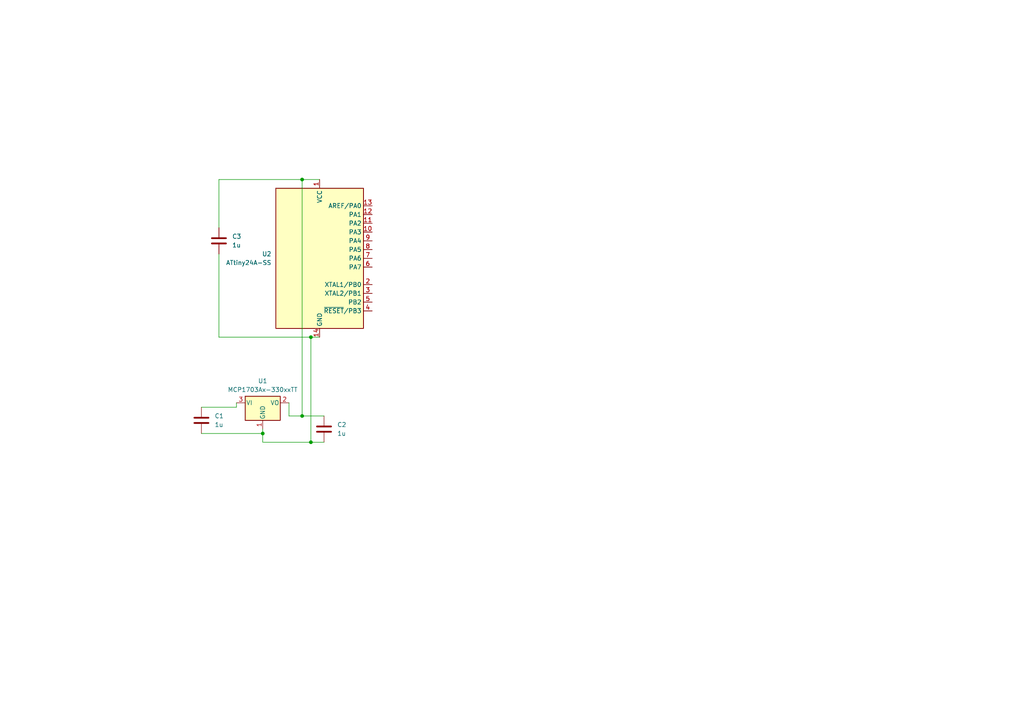
<source format=kicad_sch>
(kicad_sch (version 20250114) (generator "eeschema") (generator_version "9.0")
  (paper "A4")
  (lib_symbols
    (symbol "Device:C" (pin_numbers (hide yes)) (pin_names (offset 0.254))
      (property "Reference" "C" (at 0.635 2.54 0))
      (property "Value" "C" (at 0.635 -2.54 0))
      (symbol "C_0_1"
        (polyline (pts (xy -2.032 0.762) (xy 2.032 0.762)) (stroke (width 0.508)))
        (polyline (pts (xy -2.032 -0.762) (xy 2.032 -0.762)) (stroke (width 0.508)))
      )
      (symbol "C_1_1"
        (pin passive line (at 0 3.81 270) (length 2.794) (name "~") (number "1"))
        (pin passive line (at 0 -3.81 90) (length 2.794) (name "~") (number "2"))
      )
    )
    (symbol "MCU_Microchip_ATtiny:ATtiny24A-SS"
      (property "Reference" "U" (at -12.7 21.59 0))
      (property "Value" "ATtiny24A-SS" (at 2.54 -21.59 0))
      (symbol "ATtiny24A-SS_0_1"
        (rectangle (start -12.7 -20.32) (end 12.7 20.32) (stroke (width 0.254)) (fill (type background)))
      )
      (symbol "ATtiny24A-SS_1_1"
        (pin power_in line (at 0 22.86 270) (length 2.54) (name "VCC") (number "1"))
        (pin power_in line (at 0 -22.86 90) (length 2.54) (name "GND") (number "14"))
        (pin bidirectional line (at 15.24 15.24 180) (length 2.54) (name "AREF/PA0") (number "13"))
        (pin bidirectional line (at 15.24 12.7 180) (length 2.54) (name "PA1") (number "12"))
        (pin bidirectional line (at 15.24 10.16 180) (length 2.54) (name "PA2") (number "11"))
        (pin bidirectional line (at 15.24 7.62 180) (length 2.54) (name "PA3") (number "10"))
        (pin bidirectional line (at 15.24 5.08 180) (length 2.54) (name "PA4") (number "9"))
        (pin bidirectional line (at 15.24 2.54 180) (length 2.54) (name "PA5") (number "8"))
        (pin bidirectional line (at 15.24 0 180) (length 2.54) (name "PA6") (number "7"))
        (pin bidirectional line (at 15.24 -2.54 180) (length 2.54) (name "PA7") (number "6"))
        (pin bidirectional line (at 15.24 -7.62 180) (length 2.54) (name "XTAL1/PB0") (number "2"))
        (pin bidirectional line (at 15.24 -10.16 180) (length 2.54) (name "XTAL2/PB1") (number "3"))
        (pin bidirectional line (at 15.24 -12.7 180) (length 2.54) (name "PB2") (number "5"))
        (pin bidirectional line (at 15.24 -15.24 180) (length 2.54) (name "~{RESET}/PB3") (number "4"))
      )
    )
    (symbol "Regulator_Linear:MCP1703Ax-330xxTT" (pin_names (offset 0.254))
      (property "Reference" "U" (at -3.81 3.175 0))
      (property "Value" "MCP1703Ax-330xxTT" (at 0 3.175 0))
      (symbol "MCP1703Ax-330xxTT_0_1"
        (rectangle (start -5.08 -5.08) (end 5.08 1.905) (stroke (width 0.254)) (fill (type background)))
      )
      (symbol "MCP1703Ax-330xxTT_1_1"
        (pin power_in line (at -7.62 0 0) (length 2.54) (name "VI") (number "3"))
        (pin power_in line (at 0 -7.62 90) (length 2.54) (name "GND") (number "1"))
        (pin power_out line (at 7.62 0 180) (length 2.54) (name "VO") (number "2"))
      )
    )
  )
  (junction (at 87.63 52.07))
  (junction (at 90.17 128.27))
  (junction (at 87.63 120.65))
  (junction (at 90.17 97.79))
  (junction (at 76.2 125.73))
  (wire (pts (xy 63.5 52.07) (xy 63.5 66.04)))
  (wire (pts (xy 63.5 73.66) (xy 63.5 97.79)))
  (wire (pts (xy 68.58 118.11) (xy 68.58 116.84)))
  (wire (pts (xy 76.2 124.46) (xy 76.2 125.73)))
  (wire (pts (xy 93.98 120.65) (xy 87.63 120.65)))
  (wire (pts (xy 92.71 52.07) (xy 87.63 52.07)))
  (wire (pts (xy 90.17 97.79) (xy 90.17 128.27)))
  (wire (pts (xy 58.42 118.11) (xy 68.58 118.11)))
  (wire (pts (xy 93.98 128.27) (xy 90.17 128.27)))
  (wire (pts (xy 63.5 97.79) (xy 90.17 97.79)))
  (wire (pts (xy 58.42 125.73) (xy 76.2 125.73)))
  (wire (pts (xy 90.17 128.27) (xy 76.2 128.27)))
  (wire (pts (xy 87.63 52.07) (xy 63.5 52.07)))
  (wire (pts (xy 76.2 128.27) (xy 76.2 125.73)))
  (wire (pts (xy 87.63 120.65) (xy 83.82 120.65)))
  (wire (pts (xy 83.82 120.65) (xy 83.82 116.84)))
  (wire (pts (xy 87.63 52.07) (xy 87.63 120.65)))
  (wire (pts (xy 90.17 97.79) (xy 92.71 97.79)))
  (symbol (lib_id "MCU_Microchip_ATtiny:ATtiny24A-SS") (at 92.71 74.93 0) (unit 1)
    (property "Reference" "U2" (at 78.74 73.6599 0) (effects (justify right)))
    (property "Value" "ATtiny24A-SS" (at 78.74 76.1999 0) (effects (justify right)))
    (property "Footprint" "Package_SO:SOIC-14_3.9x8.7mm_P1.27mm" (effects (hide yes)))
    (property "Datasheet" "http://ww1.microchip.com/downloads/en/DeviceDoc/doc8183.pdf" (effects (hide yes)))
    (property "Description" "20MHz, 2kB Flash, 128B SRAM, 128B EEPROM, debugWIRE, SOIC-14" (effects (hide yes)))
  )
  (symbol (lib_id "Device:C") (at 63.5 69.85 0) (unit 1)
    (property "Reference" "C3" (at 67.31 68.5799 0) (effects (justify left)))
    (property "Value" "1u" (at 67.31 71.1199 0) (effects (justify left)))
    (property "Footprint" "0805" (effects (hide yes)))
    (property "Description" "Unpolarized capacitor" (effects (hide yes)))
  )
  (symbol (lib_id "Regulator_Linear:MCP1703Ax-330xxTT") (at 76.2 116.84 0) (unit 1)
    (property "Reference" "U1" (at 76.2 110.49 0))
    (property "Value" "MCP1703Ax-330xxTT" (at 76.2 113.03 0))
    (property "Footprint" "Package_TO_SOT_SMD:SOT-23" (effects (hide yes)))
    (property "Datasheet" "http://ww1.microchip.com/downloads/en/DeviceDoc/20005122B.pdf" (effects (hide yes)))
    (property "Description" "Low Quiescent Current LDO Regulator, 3.3V, 250mA, Vin<=16V, SOT-23" (effects (hide yes)))
  )
  (symbol (lib_id "Device:C") (at 58.42 121.92 0) (unit 1)
    (property "Reference" "C1" (at 62.23 120.6499 0) (effects (justify left)))
    (property "Value" "1u" (at 62.23 123.1899 0) (effects (justify left)))
    (property "Footprint" "0805" (effects (hide yes)))
    (property "Description" "Unpolarized capacitor" (effects (hide yes)))
  )
  (symbol (lib_id "Device:C") (at 93.98 124.46 0) (unit 1)
    (property "Reference" "C2" (at 97.79 123.1899 0) (effects (justify left)))
    (property "Value" "1u" (at 97.79 125.7299 0) (effects (justify left)))
    (property "Footprint" "0805" (effects (hide yes)))
    (property "Description" "Unpolarized capacitor" (effects (hide yes)))
  )
)
</source>
